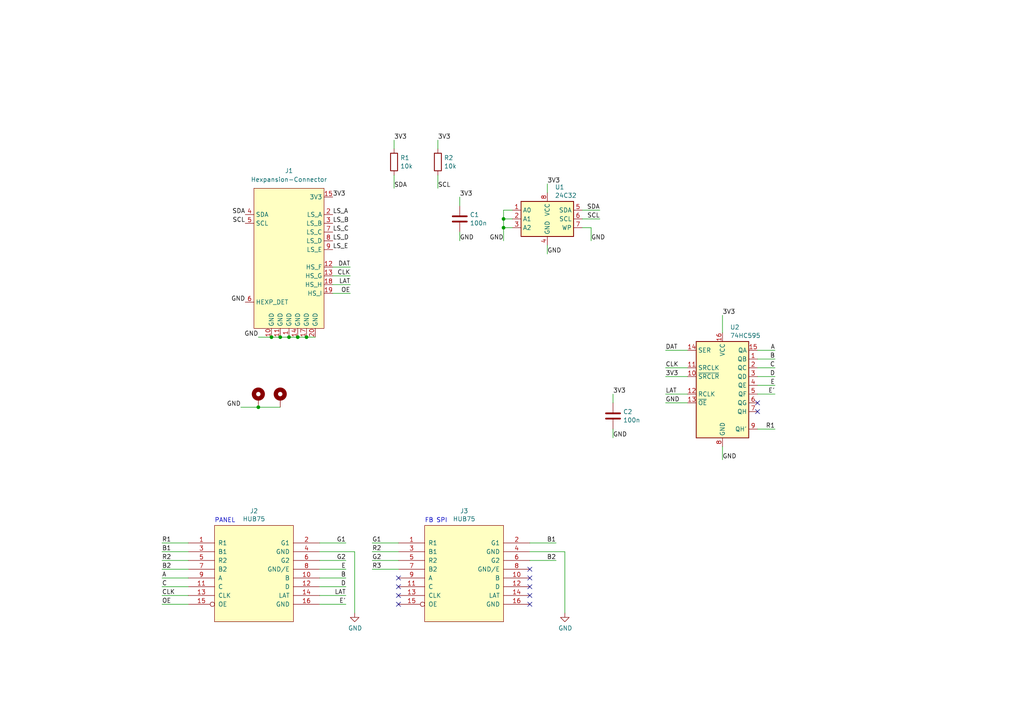
<source format=kicad_sch>
(kicad_sch (version 20231120) (generator "eeschema") (generator_version "8.0")
  (paper "A4")
  (lib_symbols
    (symbol "74xx:74HC595"
      (property "Reference" "U" (at -7.62 13.97 0))
      (property "Value" "74HC595" (at -7.62 -16.51 0))
      (symbol "74HC595_1_0"
        (pin tri_state line (at 10.16 7.62 180) (length 2.54) (name "QB") (number "1"))
        (pin input line (at -10.16 2.54 0) (length 2.54) (name "~{SRCLR}") (number "10"))
        (pin input line (at -10.16 5.08 0) (length 2.54) (name "SRCLK") (number "11"))
        (pin input line (at -10.16 -2.54 0) (length 2.54) (name "RCLK") (number "12"))
        (pin input line (at -10.16 -5.08 0) (length 2.54) (name "~{OE}") (number "13"))
        (pin input line (at -10.16 10.16 0) (length 2.54) (name "SER") (number "14"))
        (pin tri_state line (at 10.16 10.16 180) (length 2.54) (name "QA") (number "15"))
        (pin power_in line (at 0 15.24 270) (length 2.54) (name "VCC") (number "16"))
        (pin tri_state line (at 10.16 5.08 180) (length 2.54) (name "QC") (number "2"))
        (pin tri_state line (at 10.16 2.54 180) (length 2.54) (name "QD") (number "3"))
        (pin tri_state line (at 10.16 0 180) (length 2.54) (name "QE") (number "4"))
        (pin tri_state line (at 10.16 -2.54 180) (length 2.54) (name "QF") (number "5"))
        (pin tri_state line (at 10.16 -5.08 180) (length 2.54) (name "QG") (number "6"))
        (pin tri_state line (at 10.16 -7.62 180) (length 2.54) (name "QH") (number "7"))
        (pin power_in line (at 0 -17.78 90) (length 2.54) (name "GND") (number "8"))
        (pin output line (at 10.16 -12.7 180) (length 2.54) (name "QH'") (number "9"))
      )
      (symbol "74HC595_1_1"
        (rectangle (start -7.62 12.7) (end 7.62 -15.24) (stroke (width 0.254)) (fill (type background)))
      )
    )
    (symbol "Device:C" (pin_numbers hide) (pin_names (offset 0.254))
      (property "Reference" "C" (at 0.635 2.54 0))
      (property "Value" "C" (at 0.635 -2.54 0))
      (symbol "C_0_1"
        (polyline (pts (xy -2.032 -0.762) (xy 2.032 -0.762)) (stroke (width 0.508)))
        (polyline (pts (xy -2.032 0.762) (xy 2.032 0.762)) (stroke (width 0.508)))
      )
      (symbol "C_1_1"
        (pin passive line (at 0 3.81 270) (length 2.794) (name "~") (number "1"))
        (pin passive line (at 0 -3.81 90) (length 2.794) (name "~") (number "2"))
      )
    )
    (symbol "Device:R" (pin_numbers hide) (pin_names (offset 0))
      (property "Reference" "R" (at 2.032 0 90))
      (property "Value" "R" (at 0 0 90))
      (symbol "R_0_1"
        (rectangle (start -1.016 -2.54) (end 1.016 2.54) (stroke (width 0.254)))
      )
      (symbol "R_1_1"
        (pin passive line (at 0 3.81 270) (length 1.27) (name "~") (number "1"))
        (pin passive line (at 0 -3.81 90) (length 1.27) (name "~") (number "2"))
      )
    )
    (symbol "HUB75:HUB75" (pin_names (offset 1.016))
      (property "Reference" "J" (at 0 -2.54 0))
      (property "Value" "HUB75" (at 0 2.54 0))
      (symbol "HUB75_1_0"
        (rectangle (start -11.43 -13.97) (end 11.43 13.97) (fill (type background)))
      )
      (symbol "HUB75_1_1"
        (pin passive line (at -19.05 8.89 0) (length 7.62) (name "R1") (number "1"))
        (pin passive line (at 19.05 -1.27 180) (length 7.62) (name "B") (number "10"))
        (pin passive line (at -19.05 -3.81 0) (length 7.62) (name "C") (number "11"))
        (pin passive line (at 19.05 -3.81 180) (length 7.62) (name "D") (number "12"))
        (pin passive line (at -19.05 -6.35 0) (length 7.62) (name "CLK") (number "13"))
        (pin passive line (at 19.05 -6.35 180) (length 7.62) (name "LAT") (number "14"))
        (pin passive inverted (at -19.05 -8.89 0) (length 7.62) (name "OE") (number "15"))
        (pin passive line (at 19.05 -8.89 180) (length 7.62) (name "GND") (number "16"))
        (pin passive line (at 19.05 8.89 180) (length 7.62) (name "G1") (number "2"))
        (pin passive line (at -19.05 6.35 0) (length 7.62) (name "B1") (number "3"))
        (pin passive line (at 19.05 6.35 180) (length 7.62) (name "GND") (number "4"))
        (pin passive line (at -19.05 3.81 0) (length 7.62) (name "R2") (number "5"))
        (pin passive line (at 19.05 3.81 180) (length 7.62) (name "G2") (number "6"))
        (pin passive line (at -19.05 1.27 0) (length 7.62) (name "B2") (number "7"))
        (pin passive line (at 19.05 1.27 180) (length 7.62) (name "GND/E") (number "8"))
        (pin passive line (at -19.05 -1.27 0) (length 7.62) (name "A") (number "9"))
      )
    )
    (symbol "Mechanical:MountingHole_Pad" (pin_numbers hide) (pin_names (offset 1.016) hide)
      (property "Reference" "H" (at 0 6.35 0))
      (property "Value" "MountingHole_Pad" (at 0 4.445 0))
      (symbol "MountingHole_Pad_0_1"
        (circle (center 0 1.27) (radius 1.27) (stroke (width 1.27)))
      )
      (symbol "MountingHole_Pad_1_1"
        (pin input line (at 0 -2.54 90) (length 2.54) (name "1") (number "1"))
      )
    )
    (symbol "Memory_EEPROM:AT24CS32-SSHM"
      (property "Reference" "U" (at -7.62 6.35 0))
      (property "Value" "AT24CS32-SSHM" (at 2.54 -6.35 0))
      (symbol "AT24CS32-SSHM_1_1"
        (rectangle (start -7.62 5.08) (end 7.62 -5.08) (stroke (width 0.254)) (fill (type background)))
        (pin input line (at -10.16 2.54 0) (length 2.54) (name "A0") (number "1"))
        (pin input line (at -10.16 0 0) (length 2.54) (name "A1") (number "2"))
        (pin input line (at -10.16 -2.54 0) (length 2.54) (name "A2") (number "3"))
        (pin power_in line (at 0 -7.62 90) (length 2.54) (name "GND") (number "4"))
        (pin bidirectional line (at 10.16 2.54 180) (length 2.54) (name "SDA") (number "5"))
        (pin input line (at 10.16 0 180) (length 2.54) (name "SCL") (number "6"))
        (pin input line (at 10.16 -2.54 180) (length 2.54) (name "WP") (number "7"))
        (pin power_in line (at 0 7.62 270) (length 2.54) (name "VCC") (number "8"))
      )
    )
    (symbol "power:GND" (power) (pin_names (offset 0))
      (property "Value" "GND" (at 0 -3.81 0))
      (symbol "GND_0_1"
        (polyline (pts (xy 0 0) (xy 0 -1.27) (xy 1.27 -1.27) (xy 0 -2.54) (xy -1.27 -1.27) (xy 0 -1.27)))
      )
      (symbol "GND_1_1"
        (pin power_in line (at 0 0 270) (length 0) hide (name "GND") (number "1"))
      )
    )
    (symbol "tildagon:hexpansion-edge-connector" (in_bom no)
      (property "Reference" "J" (at -6.35 17.78 0))
      (property "Value" "Hexpansion-Connector" (at 0 21.59 0))
      (symbol "hexpansion-edge-connector_1_1"
        (rectangle (start -10.16 20.32) (end 10.16 -20.32) (fill (type background)))
        (pin power_out line (at 0 -22.86 90) (length 2.54) (name "GND") (number "1"))
        (pin passive line (at -5.08 -22.86 90) (length 2.54) (name "GND") (number "10"))
        (pin passive line (at -2.54 -22.86 90) (length 2.54) (name "GND") (number "11"))
        (pin bidirectional line (at 12.7 -2.54 180) (length 2.54) (name "HS_F") (number "12"))
        (pin bidirectional line (at 12.7 -5.08 180) (length 2.54) (name "HS_G") (number "13"))
        (pin passive line (at 2.54 -22.86 90) (length 2.54) (name "GND") (number "14"))
        (pin power_out line (at 12.7 17.78 180) (length 2.54) (name "3V3") (number "15"))
        (pin passive line (at 12.7 17.78 180) (length 2.54) hide (name "3V3") (number "16"))
        (pin passive line (at 5.08 -22.86 90) (length 2.54) (name "GND") (number "17"))
        (pin bidirectional line (at 12.7 -7.62 180) (length 2.54) (name "HS_H") (number "18"))
        (pin bidirectional line (at 12.7 -10.16 180) (length 2.54) (name "HS_I") (number "19"))
        (pin bidirectional line (at 12.7 12.7 180) (length 2.54) (name "LS_A") (number "2"))
        (pin passive line (at 7.62 -22.86 90) (length 2.54) (name "GND") (number "20"))
        (pin bidirectional line (at 12.7 10.16 180) (length 2.54) (name "LS_B") (number "3"))
        (pin bidirectional line (at -12.7 12.7 0) (length 2.54) (name "SDA") (number "4"))
        (pin output line (at -12.7 10.16 0) (length 2.54) (name "SCL") (number "5"))
        (pin bidirectional line (at -12.7 -12.7 0) (length 2.54) (name "HEXP_DET") (number "6"))
        (pin bidirectional line (at 12.7 7.62 180) (length 2.54) (name "LS_C") (number "7"))
        (pin bidirectional line (at 12.7 5.08 180) (length 2.54) (name "LS_D") (number "8"))
        (pin bidirectional line (at 12.7 2.54 180) (length 2.54) (name "LS_E") (number "9"))
      )
    )
  )
  (junction (at 146.05 63.5))
  (junction (at 88.9 97.79))
  (junction (at 81.28 97.79))
  (junction (at 86.36 97.79))
  (junction (at 83.82 97.79))
  (junction (at 78.74 97.79))
  (junction (at 74.93 118.11))
  (junction (at 146.05 66.04))
  (no_connect (at 153.67 172.72))
  (no_connect (at 153.67 170.18))
  (no_connect (at 115.57 167.64))
  (no_connect (at 153.67 167.64))
  (no_connect (at 115.57 170.18))
  (no_connect (at 153.67 165.1))
  (no_connect (at 153.67 175.26))
  (no_connect (at 219.71 116.84))
  (no_connect (at 115.57 172.72))
  (no_connect (at 219.71 119.38))
  (no_connect (at 115.57 175.26))
  (wire (pts (xy 74.93 118.11) (xy 81.28 118.11)))
  (wire (pts (xy 81.28 97.79) (xy 83.82 97.79)))
  (wire (pts (xy 54.61 172.72) (xy 46.99 172.72)))
  (wire (pts (xy 74.93 97.79) (xy 78.74 97.79)))
  (wire (pts (xy 96.52 85.09) (xy 101.6 85.09)))
  (wire (pts (xy 83.82 97.79) (xy 86.36 97.79)))
  (wire (pts (xy 219.71 109.22) (xy 224.79 109.22)))
  (wire (pts (xy 86.36 97.79) (xy 88.9 97.79)))
  (wire (pts (xy 127 40.64) (xy 127 43.18)))
  (wire (pts (xy 146.05 63.5) (xy 148.59 63.5)))
  (wire (pts (xy 193.04 101.6) (xy 199.39 101.6)))
  (wire (pts (xy 92.71 167.64) (xy 100.33 167.64)))
  (wire (pts (xy 219.71 101.6) (xy 224.79 101.6)))
  (wire (pts (xy 92.71 162.56) (xy 100.33 162.56)))
  (wire (pts (xy 177.8 124.46) (xy 177.8 127)))
  (wire (pts (xy 163.83 160.02) (xy 163.83 177.8)))
  (wire (pts (xy 92.71 157.48) (xy 100.33 157.48)))
  (wire (pts (xy 115.57 160.02) (xy 107.95 160.02)))
  (wire (pts (xy 92.71 172.72) (xy 100.33 172.72)))
  (wire (pts (xy 133.35 67.31) (xy 133.35 69.85)))
  (wire (pts (xy 219.71 106.68) (xy 224.79 106.68)))
  (wire (pts (xy 153.67 160.02) (xy 163.83 160.02)))
  (wire (pts (xy 54.61 165.1) (xy 46.99 165.1)))
  (wire (pts (xy 168.91 60.96) (xy 173.99 60.96)))
  (wire (pts (xy 219.71 104.14) (xy 224.79 104.14)))
  (wire (pts (xy 54.61 157.48) (xy 46.99 157.48)))
  (wire (pts (xy 146.05 66.04) (xy 148.59 66.04)))
  (wire (pts (xy 127 50.8) (xy 127 54.61)))
  (wire (pts (xy 92.71 175.26) (xy 100.33 175.26)))
  (wire (pts (xy 153.67 162.56) (xy 161.29 162.56)))
  (wire (pts (xy 54.61 162.56) (xy 46.99 162.56)))
  (wire (pts (xy 115.57 165.1) (xy 107.95 165.1)))
  (wire (pts (xy 193.04 116.84) (xy 199.39 116.84)))
  (wire (pts (xy 219.71 111.76) (xy 224.79 111.76)))
  (wire (pts (xy 193.04 109.22) (xy 199.39 109.22)))
  (wire (pts (xy 158.75 71.12) (xy 158.75 73.66)))
  (wire (pts (xy 96.52 82.55) (xy 101.6 82.55)))
  (wire (pts (xy 92.71 160.02) (xy 102.87 160.02)))
  (wire (pts (xy 153.67 157.48) (xy 161.29 157.48)))
  (wire (pts (xy 171.45 66.04) (xy 171.45 69.85)))
  (wire (pts (xy 209.55 91.44) (xy 209.55 96.52)))
  (wire (pts (xy 114.3 50.8) (xy 114.3 54.61)))
  (wire (pts (xy 96.52 77.47) (xy 101.6 77.47)))
  (wire (pts (xy 69.85 118.11) (xy 74.93 118.11)))
  (wire (pts (xy 148.59 60.96) (xy 146.05 60.96)))
  (wire (pts (xy 168.91 63.5) (xy 173.99 63.5)))
  (wire (pts (xy 115.57 162.56) (xy 107.95 162.56)))
  (wire (pts (xy 54.61 175.26) (xy 46.99 175.26)))
  (wire (pts (xy 146.05 63.5) (xy 146.05 66.04)))
  (wire (pts (xy 114.3 40.64) (xy 114.3 43.18)))
  (wire (pts (xy 193.04 106.68) (xy 199.39 106.68)))
  (wire (pts (xy 54.61 167.64) (xy 46.99 167.64)))
  (wire (pts (xy 54.61 170.18) (xy 46.99 170.18)))
  (wire (pts (xy 146.05 60.96) (xy 146.05 63.5)))
  (wire (pts (xy 92.71 170.18) (xy 100.33 170.18)))
  (wire (pts (xy 133.35 57.15) (xy 133.35 59.69)))
  (wire (pts (xy 92.71 165.1) (xy 100.33 165.1)))
  (wire (pts (xy 96.52 80.01) (xy 101.6 80.01)))
  (wire (pts (xy 102.87 160.02) (xy 102.87 177.8)))
  (wire (pts (xy 168.91 66.04) (xy 171.45 66.04)))
  (wire (pts (xy 219.71 124.46) (xy 224.79 124.46)))
  (wire (pts (xy 158.75 53.34) (xy 158.75 55.88)))
  (wire (pts (xy 177.8 114.3) (xy 177.8 116.84)))
  (wire (pts (xy 146.05 66.04) (xy 146.05 69.85)))
  (wire (pts (xy 193.04 114.3) (xy 199.39 114.3)))
  (wire (pts (xy 54.61 160.02) (xy 46.99 160.02)))
  (wire (pts (xy 219.71 114.3) (xy 224.79 114.3)))
  (wire (pts (xy 115.57 157.48) (xy 107.95 157.48)))
  (wire (pts (xy 88.9 97.79) (xy 91.44 97.79)))
  (wire (pts (xy 209.55 129.54) (xy 209.55 133.35)))
  (wire (pts (xy 78.74 97.79) (xy 81.28 97.79)))
  (text "PANEL" (at 62.23 151.765 0) (effects (font (size 1.27 1.27)) (justify left bottom)))
  (text "FB SPI" (at 123.19 151.765 0) (effects (font (size 1.27 1.27)) (justify left bottom)))
  (label "3V3" (at 158.75 53.34 0))
  (label "CLK" (at 101.6 80.01 180))
  (label "SDA" (at 114.3 54.61 0))
  (label "GND" (at 69.85 118.11 180))
  (label "B2" (at 161.29 162.56 180))
  (label "OE" (at 46.99 175.26 0))
  (label "B1" (at 46.99 160.02 0))
  (label "3V3" (at 96.52 57.15 0))
  (label "SCL" (at 173.99 63.5 180))
  (label "GND" (at 177.8 127 0))
  (label "LS_E" (at 96.52 72.39 0))
  (label "LS_A" (at 96.52 62.23 0))
  (label "E'" (at 224.79 114.3 180))
  (label "SCL" (at 71.12 64.77 180))
  (label "3V3" (at 133.35 57.15 0))
  (label "DAT" (at 193.04 101.6 0))
  (label "E" (at 224.79 111.76 180))
  (label "C" (at 224.79 106.68 180))
  (label "GND" (at 133.35 69.85 0))
  (label "LAT" (at 101.6 82.55 180))
  (label "GND" (at 71.12 87.63 180))
  (label "SDA" (at 71.12 62.23 180))
  (label "3V3" (at 193.04 109.22 0))
  (label "B1" (at 161.29 157.48 180))
  (label "GND" (at 158.75 73.66 0))
  (label "SCL" (at 127 54.61 0))
  (label "GND" (at 74.93 97.79 180))
  (label "3V3" (at 209.55 91.44 0))
  (label "R1" (at 46.99 157.48 0))
  (label "B" (at 224.79 104.14 180))
  (label "C" (at 46.99 170.18 0))
  (label "A" (at 224.79 101.6 180))
  (label "R1" (at 224.79 124.46 180))
  (label "LS_C" (at 96.52 67.31 0))
  (label "R2" (at 46.99 162.56 0))
  (label "D" (at 224.79 109.22 180))
  (label "D" (at 100.33 170.18 180))
  (label "G2" (at 100.33 162.56 180))
  (label "E" (at 100.33 165.1 180))
  (label "CLK" (at 46.99 172.72 0))
  (label "3V3" (at 127 40.64 0))
  (label "LAT" (at 193.04 114.3 0))
  (label "G1" (at 107.95 157.48 0))
  (label "LAT" (at 100.33 172.72 180))
  (label "LS_D" (at 96.52 69.85 0))
  (label "GND" (at 193.04 116.84 0))
  (label "E'" (at 100.33 175.26 180))
  (label "OE" (at 101.6 85.09 180))
  (label "LS_B" (at 96.52 64.77 0))
  (label "SDA" (at 173.99 60.96 180))
  (label "A" (at 46.99 167.64 0))
  (label "GND" (at 146.05 69.85 180))
  (label "GND" (at 209.55 133.35 0))
  (label "G1" (at 100.33 157.48 180))
  (label "GND" (at 171.45 69.85 0))
  (label "3V3" (at 114.3 40.64 0))
  (label "CLK" (at 193.04 106.68 0))
  (label "DAT" (at 101.6 77.47 180))
  (label "R3" (at 107.95 165.1 0))
  (label "B2" (at 46.99 165.1 0))
  (label "B" (at 100.33 167.64 180))
  (label "R2" (at 107.95 160.02 0))
  (label "G2" (at 107.95 162.56 0))
  (label "3V3" (at 177.8 114.3 0))
  (symbol (lib_id "Memory_EEPROM:AT24CS32-SSHM") (at 158.75 63.5 0) (unit 1)
    (property "Reference" "U1" (at 160.9441 54.2755 0) (effects (justify left)))
    (property "Value" "24C32" (at 160.9441 56.6998 0) (effects (justify left)))
    (property "Footprint" "Package_SO:SOIC-8_3.9x4.9mm_P1.27mm" (effects (hide yes)))
    (property "Datasheet" "http://ww1.microchip.com/downloads/en/DeviceDoc/Atmel-8869-SEEPROM-AT24CS32-Datasheet.pdf" (effects (hide yes)))
    (property "Description" "I2C Serial EEPROM, 32Kb (4096x8) with Unique Serial Number, SO8" (effects (hide yes)))
  )
  (symbol (lib_id "HUB75:HUB75") (at 73.66 166.37 0) (unit 1)
    (property "Reference" "J2" (at 73.66 148.209 0))
    (property "Value" "HUB75" (at 73.66 150.5204 0))
    (property "Footprint" "Connector_IDC:IDC-Header_2x08_P2.54mm_Vertical" (effects (hide yes)))
    (property "Datasheet" "DOCUMENTATION" (effects (hide yes)))
  )
  (symbol (lib_id "Mechanical:MountingHole_Pad") (at 74.93 115.57 0) (unit 1)
    (property "Reference" "H1" (effects (hide yes)))
    (property "Value" "MountingHole_Pad" (effects (hide yes)))
    (property "Footprint" "MountingHole:MountingHole_2.2mm_M2_Pad_Via" (effects (hide yes)))
  )
  (symbol (lib_id "Mechanical:MountingHole_Pad") (at 81.28 115.57 0) (unit 1)
    (property "Reference" "H2" (effects (hide yes)))
    (property "Value" "MountingHole_Pad" (effects (hide yes)))
    (property "Footprint" "MountingHole:MountingHole_2.2mm_M2_Pad_Via" (effects (hide yes)))
  )
  (symbol (lib_id "Device:R") (at 114.3 46.99 0) (unit 1)
    (property "Reference" "R1" (at 116.078 45.7778 0) (effects (justify left)))
    (property "Value" "10k" (at 116.078 48.2021 0) (effects (justify left)))
    (property "Footprint" "Resistor_SMD:R_0805_2012Metric_Pad1.20x1.40mm_HandSolder" (effects (hide yes)))
    (property "Description" "Resistor" (effects (hide yes)))
  )
  (symbol (lib_id "tildagon:hexpansion-edge-connector") (at 83.82 74.93 0) (unit 1) (exclude_from_sim yes) (in_bom no)
    (property "Reference" "J1" (at 83.82 49.53 0))
    (property "Value" "Hexpansion-Connector" (at 83.82 52.07 0))
    (property "Footprint" "tildagon:hexpansion-edge-connector" (effects (hide yes)))
  )
  (symbol (lib_id "power:GND") (at 102.87 177.8 0) (unit 1)
    (property "Reference" "#PWR01" (effects (hide yes)))
    (property "Value" "GND" (at 102.997 182.1942 0))
  )
  (symbol (lib_id "Device:R") (at 127 46.99 0) (unit 1)
    (property "Reference" "R2" (at 128.778 45.7778 0) (effects (justify left)))
    (property "Value" "10k" (at 128.778 48.2021 0) (effects (justify left)))
    (property "Footprint" "Resistor_SMD:R_0805_2012Metric_Pad1.20x1.40mm_HandSolder" (effects (hide yes)))
    (property "Description" "Resistor" (effects (hide yes)))
  )
  (symbol (lib_id "Device:C") (at 133.35 63.5 0) (unit 1)
    (property "Reference" "C1" (at 136.271 62.2878 0) (effects (justify left)))
    (property "Value" "100n" (at 136.271 64.7121 0) (effects (justify left)))
    (property "Footprint" "Capacitor_SMD:C_0805_2012Metric_Pad1.18x1.45mm_HandSolder" (effects (hide yes)))
    (property "Description" "Unpolarized capacitor" (effects (hide yes)))
  )
  (symbol (lib_id "power:GND") (at 163.83 177.8 0) (unit 1)
    (property "Reference" "#PWR02" (effects (hide yes)))
    (property "Value" "GND" (at 163.957 182.1942 0))
  )
  (symbol (lib_id "74xx:74HC595") (at 209.55 111.76 0) (unit 1)
    (property "Reference" "U2" (at 211.7441 94.9155 0) (effects (justify left)))
    (property "Value" "74HC595" (at 211.7441 97.3398 0) (effects (justify left)))
    (property "Footprint" "Package_SO:SOIC-16_3.9x9.9mm_P1.27mm" (effects (hide yes)))
    (property "Datasheet" "http://www.ti.com/lit/ds/symlink/sn74hc595.pdf" (effects (hide yes)))
    (property "Description" "8-bit serial in/out Shift Register 3-State Outputs" (effects (hide yes)))
  )
  (symbol (lib_id "HUB75:HUB75") (at 134.62 166.37 0) (unit 1)
    (property "Reference" "J3" (at 134.62 148.209 0))
    (property "Value" "HUB75" (at 134.62 150.5204 0))
    (property "Footprint" "Connector_IDC:IDC-Header_2x08_P2.54mm_Vertical" (effects (hide yes)))
    (property "Datasheet" "DOCUMENTATION" (effects (hide yes)))
  )
  (symbol (lib_id "Device:C") (at 177.8 120.65 0) (unit 1)
    (property "Reference" "C2" (at 180.721 119.4378 0) (effects (justify left)))
    (property "Value" "100n" (at 180.721 121.8621 0) (effects (justify left)))
    (property "Footprint" "Capacitor_SMD:C_0805_2012Metric_Pad1.18x1.45mm_HandSolder" (effects (hide yes)))
    (property "Description" "Unpolarized capacitor" (effects (hide yes)))
  )
)
</source>
